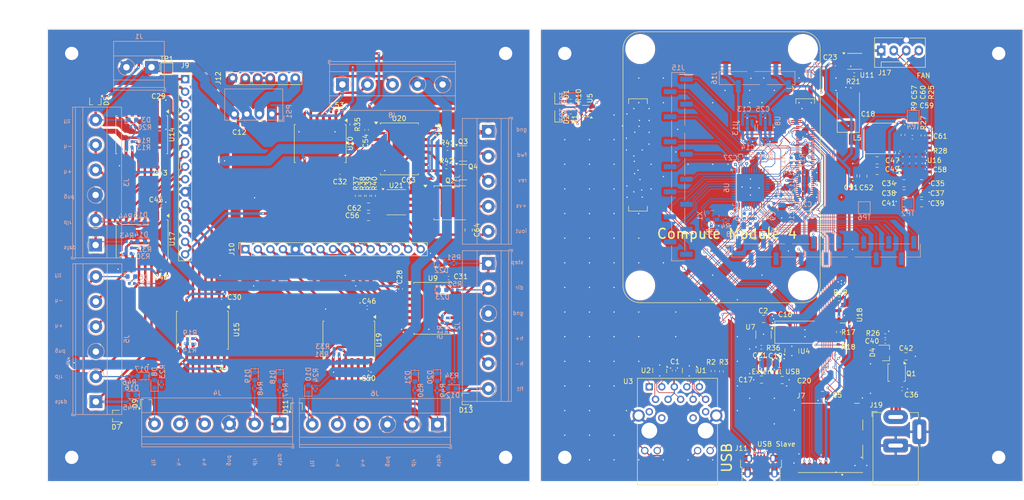
<source format=kicad_pcb>
(kicad_pcb
	(version 20240108)
	(generator "pcbnew")
	(generator_version "8.0")
	(general
		(thickness 1.5792)
		(legacy_teardrops no)
	)
	(paper "A4")
	(layers
		(0 "F.Cu" signal)
		(1 "In1.Cu" power)
		(2 "In2.Cu" power)
		(31 "B.Cu" signal)
		(32 "B.Adhes" user "B.Adhesive")
		(33 "F.Adhes" user "F.Adhesive")
		(34 "B.Paste" user)
		(35 "F.Paste" user)
		(36 "B.SilkS" user "B.Silkscreen")
		(37 "F.SilkS" user "F.Silkscreen")
		(38 "B.Mask" user)
		(39 "F.Mask" user)
		(40 "Dwgs.User" user "User.Drawings")
		(41 "Cmts.User" user "User.Comments")
		(42 "Eco1.User" user "User.Eco1")
		(43 "Eco2.User" user "User.Eco2")
		(44 "Edge.Cuts" user)
		(45 "Margin" user)
		(46 "B.CrtYd" user "B.Courtyard")
		(47 "F.CrtYd" user "F.Courtyard")
		(48 "B.Fab" user)
		(49 "F.Fab" user)
	)
	(setup
		(stackup
			(layer "F.SilkS"
				(type "Top Silk Screen")
			)
			(layer "F.Paste"
				(type "Top Solder Paste")
			)
			(layer "F.Mask"
				(type "Top Solder Mask")
				(color "Green")
				(thickness 0.01)
			)
			(layer "F.Cu"
				(type "copper")
				(thickness 0.035)
			)
			(layer "dielectric 1"
				(type "core")
				(thickness 0.0994)
				(material "Prepreg")
				(epsilon_r 4.4)
				(loss_tangent 0.02)
			)
			(layer "In1.Cu"
				(type "copper")
				(thickness 0.0152)
			)
			(layer "dielectric 2"
				(type "prepreg")
				(thickness 1.26)
				(material "Core")
				(epsilon_r 4.6)
				(loss_tangent 0.02)
			)
			(layer "In2.Cu"
				(type "copper")
				(thickness 0.0152)
			)
			(layer "dielectric 3"
				(type "core")
				(thickness 0.0994)
				(material "FR4")
				(epsilon_r 4.4)
				(loss_tangent 0.02)
			)
			(layer "B.Cu"
				(type "copper")
				(thickness 0.035)
			)
			(layer "B.Mask"
				(type "Bottom Solder Mask")
				(color "Green")
				(thickness 0.01)
			)
			(layer "B.Paste"
				(type "Bottom Solder Paste")
			)
			(layer "B.SilkS"
				(type "Bottom Silk Screen")
			)
			(copper_finish "None")
			(dielectric_constraints yes)
		)
		(pad_to_mask_clearance 0)
		(allow_soldermask_bridges_in_footprints no)
		(pcbplotparams
			(layerselection 0x00010ec_ffffffff)
			(plot_on_all_layers_selection 0x0000000_00000000)
			(disableapertmacros no)
			(usegerberextensions no)
			(usegerberattributes no)
			(usegerberadvancedattributes no)
			(creategerberjobfile no)
			(dashed_line_dash_ratio 12.000000)
			(dashed_line_gap_ratio 3.000000)
			(svgprecision 6)
			(plotframeref no)
			(viasonmask no)
			(mode 1)
			(useauxorigin no)
			(hpglpennumber 1)
			(hpglpenspeed 20)
			(hpglpendiameter 15.000000)
			(pdf_front_fp_property_popups yes)
			(pdf_back_fp_property_popups yes)
			(dxfpolygonmode yes)
			(dxfimperialunits yes)
			(dxfusepcbnewfont yes)
			(psnegative no)
			(psa4output no)
			(plotreference yes)
			(plotvalue yes)
			(plotfptext yes)
			(plotinvisibletext no)
			(sketchpadsonfab no)
			(subtractmaskfromsilk no)
			(outputformat 1)
			(mirror no)
			(drillshape 0)
			(scaleselection 1)
			(outputdirectory "RPI-CM4IO-Gerber/")
		)
	)
	(net 0 "")
	(net 1 "GND")
	(net 2 "Net-(C1-Pad1)")
	(net 3 "Net-(Q1-D)")
	(net 4 "Net-(D4-A)")
	(net 5 "Net-(U16-BST)")
	(net 6 "Net-(U16-SS)")
	(net 7 "/+12v")
	(net 8 "Net-(U16-COMP)")
	(net 9 "/CM4_HighSpeed/CAM0_D0_N")
	(net 10 "/CM4_HighSpeed/CAM0_D0_P")
	(net 11 "/CM4_HighSpeed/CAM0_D1_N")
	(net 12 "/CM4_HighSpeed/CAM0_D1_P")
	(net 13 "/CM4_HighSpeed/CAM0_C_N")
	(net 14 "/CM4_HighSpeed/CAM0_C_P")
	(net 15 "/CM4_GPIO ( Ethernet, GPIO, SDCARD)/GLOBAL_EN")
	(net 16 "/CM4_HighSpeed/CAM1_D3_P")
	(net 17 "/CM4_HighSpeed/CAM1_D3_N")
	(net 18 "/CM4_HighSpeed/CAM1_D2_P")
	(net 19 "/CM4_HighSpeed/CAM1_D2_N")
	(net 20 "/CM4_HighSpeed/CAM1_C_P")
	(net 21 "/CM4_HighSpeed/CAM1_C_N")
	(net 22 "/CM4_HighSpeed/CAM1_D1_P")
	(net 23 "/CM4_HighSpeed/CAM1_D1_N")
	(net 24 "/CM4_HighSpeed/CAM1_D0_P")
	(net 25 "/CM4_HighSpeed/CAM1_D0_N")
	(net 26 "/CM4_HighSpeed/DSI0_D0_N")
	(net 27 "/CM4_HighSpeed/DSI0_D0_P")
	(net 28 "/CM4_HighSpeed/DSI0_D1_N")
	(net 29 "/CM4_HighSpeed/DSI0_D1_P")
	(net 30 "/CM4_HighSpeed/DSI0_C_N")
	(net 31 "/CM4_HighSpeed/DSI0_C_P")
	(net 32 "/CM4_HighSpeed/DSI1_D3_P")
	(net 33 "/CM4_HighSpeed/DSI1_D3_N")
	(net 34 "/CM4_HighSpeed/DSI1_D2_P")
	(net 35 "/CM4_HighSpeed/DSI1_D2_N")
	(net 36 "/CM4_HighSpeed/DSI1_C_P")
	(net 37 "/CM4_HighSpeed/DSI1_C_N")
	(net 38 "/CM4_HighSpeed/DSI1_D1_P")
	(net 39 "/CM4_HighSpeed/DSI1_D1_N")
	(net 40 "/CM4_HighSpeed/DSI1_D0_P")
	(net 41 "/CM4_HighSpeed/DSI1_D0_N")
	(net 42 "/CM4_GPIO ( Ethernet, GPIO, SDCARD)/SD_DAT1")
	(net 43 "Net-(U16-FB)")
	(net 44 "/CM4_GPIO ( Ethernet, GPIO, SDCARD)/SD_DAT0")
	(net 45 "/CM4_GPIO ( Ethernet, GPIO, SDCARD)/SD_CLK")
	(net 46 "/CM4_GPIO ( Ethernet, GPIO, SDCARD)/SD_CMD")
	(net 47 "/CM4_GPIO ( Ethernet, GPIO, SDCARD)/SD_DAT3")
	(net 48 "/CM4_GPIO ( Ethernet, GPIO, SDCARD)/SD_DAT2")
	(net 49 "Net-(D1-K)")
	(net 50 "/CM4_GPIO ( Ethernet, GPIO, SDCARD)/GPIO2")
	(net 51 "/CM4_GPIO ( Ethernet, GPIO, SDCARD)/GPIO3")
	(net 52 "/CM4_GPIO ( Ethernet, GPIO, SDCARD)/GPIO4")
	(net 53 "/CM4_GPIO ( Ethernet, GPIO, SDCARD)/GPIO14")
	(net 54 "/CM4_GPIO ( Ethernet, GPIO, SDCARD)/GPIO15")
	(net 55 "/CM4_GPIO ( Ethernet, GPIO, SDCARD)/GPIO17")
	(net 56 "/CM4_GPIO ( Ethernet, GPIO, SDCARD)/GPIO18")
	(net 57 "/CM4_GPIO ( Ethernet, GPIO, SDCARD)/GPIO27")
	(net 58 "/CM4_GPIO ( Ethernet, GPIO, SDCARD)/GPIO22")
	(net 59 "/CM4_GPIO ( Ethernet, GPIO, SDCARD)/GPIO23")
	(net 60 "/CM4_GPIO ( Ethernet, GPIO, SDCARD)/GPIO24")
	(net 61 "/CM4_GPIO ( Ethernet, GPIO, SDCARD)/GPIO10")
	(net 62 "/CM4_GPIO ( Ethernet, GPIO, SDCARD)/GPIO9")
	(net 63 "/CM4_GPIO ( Ethernet, GPIO, SDCARD)/GPIO25")
	(net 64 "/CM4_GPIO ( Ethernet, GPIO, SDCARD)/GPIO11")
	(net 65 "/CM4_GPIO ( Ethernet, GPIO, SDCARD)/GPIO8")
	(net 66 "/CM4_GPIO ( Ethernet, GPIO, SDCARD)/GPIO7")
	(net 67 "/CM4_GPIO ( Ethernet, GPIO, SDCARD)/GPIO5")
	(net 68 "/CM4_GPIO ( Ethernet, GPIO, SDCARD)/GPIO6")
	(net 69 "/CM4_GPIO ( Ethernet, GPIO, SDCARD)/GPIO12")
	(net 70 "/CM4_GPIO ( Ethernet, GPIO, SDCARD)/GPIO13")
	(net 71 "/CM4_GPIO ( Ethernet, GPIO, SDCARD)/GPIO16")
	(net 72 "/CM4_GPIO ( Ethernet, GPIO, SDCARD)/GPIO26")
	(net 73 "/CM4_GPIO ( Ethernet, GPIO, SDCARD)/GPIO20")
	(net 74 "/CM4_GPIO ( Ethernet, GPIO, SDCARD)/GPIO21")
	(net 75 "unconnected-(U3-VC4-Pad14)")
	(net 76 "unconnected-(U3-VC3-Pad13)")
	(net 77 "unconnected-(U3-VC1-Pad11)")
	(net 78 "unconnected-(U3-VC2-Pad12)")
	(net 79 "/CM4_HighSpeed/HDMI1_D2_P")
	(net 80 "/CM4_HighSpeed/HDMI1_D2_N")
	(net 81 "/CM4_HighSpeed/HDMI1_D1_P")
	(net 82 "/CM4_HighSpeed/HDMI1_D1_N")
	(net 83 "/CM4_HighSpeed/HDMI1_D0_P")
	(net 84 "/CM4_HighSpeed/HDMI1_D0_N")
	(net 85 "/CM4_HighSpeed/HDMI1_CK_P")
	(net 86 "/CM4_HighSpeed/HDMI1_CK_N")
	(net 87 "/CM4_HighSpeed/HDMI1_CEC")
	(net 88 "Net-(D2-K)")
	(net 89 "/CM4_HighSpeed/HDMI1_SCL")
	(net 90 "/CM4_HighSpeed/HDMI1_SDA")
	(net 91 "/CM4_HighSpeed/HDMI1_HOTPLUG")
	(net 92 "Net-(J7-DET_A)")
	(net 93 "Net-(J7-DET_B)")
	(net 94 "/CM4_HighSpeed/HDMI0_HOTPLUG")
	(net 95 "/CM4_HighSpeed/HDMI0_SDA")
	(net 96 "/CM4_HighSpeed/HDMI0_SCL")
	(net 97 "/CM4_HighSpeed/HDMI0_CEC")
	(net 98 "/CM4_HighSpeed/HDMI0_CK_N")
	(net 99 "/CM4_HighSpeed/HDMI0_CK_P")
	(net 100 "/CM4_HighSpeed/HDMI0_D0_N")
	(net 101 "/CM4_HighSpeed/HDMI0_D0_P")
	(net 102 "/CM4_HighSpeed/HDMI0_D1_N")
	(net 103 "/CM4_HighSpeed/HDMI0_D1_P")
	(net 104 "/CM4_HighSpeed/HDMI0_D2_N")
	(net 105 "/CM4_HighSpeed/HDMI0_D2_P")
	(net 106 "/CM4_GPIO ( Ethernet, GPIO, SDCARD)/TRD1_P")
	(net 107 "/CM4_GPIO ( Ethernet, GPIO, SDCARD)/TRD3_N")
	(net 108 "/CM4_GPIO ( Ethernet, GPIO, SDCARD)/TRD1_N")
	(net 109 "/CM4_GPIO ( Ethernet, GPIO, SDCARD)/TRD2_N")
	(net 110 "/CM4_GPIO ( Ethernet, GPIO, SDCARD)/TRD0_N")
	(net 111 "/CM4_GPIO ( Ethernet, GPIO, SDCARD)/TRD2_P")
	(net 112 "/CM4_GPIO ( Ethernet, GPIO, SDCARD)/TRD0_P")
	(net 113 "/CM4_GPIO ( Ethernet, GPIO, SDCARD)/ETH_LEDG")
	(net 114 "/CM4_GPIO ( Ethernet, GPIO, SDCARD)/ETH_LEDY")
	(net 115 "/CM4_GPIO ( Ethernet, GPIO, SDCARD)/ID_SC")
	(net 116 "/CM4_GPIO ( Ethernet, GPIO, SDCARD)/ID_SD")
	(net 117 "/CM4_GPIO ( Ethernet, GPIO, SDCARD)/nPWR_LED")
	(net 118 "/nEXTRST")
	(net 119 "Net-(J17-Pin_3)")
	(net 120 "Net-(J17-Pin_4)")
	(net 121 "/CM4_HighSpeed/PCIE_nRST")
	(net 122 "/CM4_HighSpeed/PCIE_CLK_P")
	(net 123 "Net-(U16-SW)")
	(net 124 "unconnected-(Module1A-SD_DAT4-Pad68)")
	(net 125 "unconnected-(Module1A-SD_VDD_Override-Pad73)")
	(net 126 "Net-(R10-Pad2)")
	(net 127 "unconnected-(Module1A-Ethernet_nLED1(3.3v)-Pad19)")
	(net 128 "unconnected-(Module1B-Reserved-Pad106)")
	(net 129 "unconnected-(Module1A-SD_DAT7-Pad70)")
	(net 130 "unconnected-(Module1B-Reserved-Pad104)")
	(net 131 "Net-(Module1A-PI_nLED_Activity)")
	(net 132 "/CM4_HighSpeed/PCIE_CLK_N")
	(net 133 "/USB2-HUB/PWR1")
	(net 134 "/USB2-HUB/nOCS1")
	(net 135 "/CM4_HighSpeed/PCIE_RX_N")
	(net 136 "/CM4_HighSpeed/PCIE_RX_P")
	(net 137 "unconnected-(Module1A-SD_DAT5-Pad64)")
	(net 138 "unconnected-(Module1A-SD_DAT6-Pad72)")
	(net 139 "/CM4_GPIO ( Ethernet, GPIO, SDCARD)/TRD3_P")
	(net 140 "Net-(U3-LEDG_K)")
	(net 141 "/CM4_HighSpeed/PCIE_CLK_nREQ")
	(net 142 "/CM4_GPIO ( Ethernet, GPIO, SDCARD)/WL_nDis")
	(net 143 "/CM4_GPIO ( Ethernet, GPIO, SDCARD)/GPIO19")
	(net 144 "/+3.3v")
	(net 145 "/USB2-HUB/USBD_P")
	(net 146 "/USB2-HUB/USBD_N")
	(net 147 "Net-(U3-LEDY_K)")
	(net 148 "Net-(U7-ILIM)")
	(net 149 "/CM4_GPIO ( Ethernet, GPIO, SDCARD)/SD_PWR")
	(net 150 "/CM4_HighSpeed/PCIE_TX_N")
	(net 151 "/CM4_GPIO ( Ethernet, GPIO, SDCARD)/SD_PWR_ON")
	(net 152 "/CM4_HighSpeed/PCIE_TX_P")
	(net 153 "Net-(U4-D1-)")
	(net 154 "Net-(U4-D1+)")
	(net 155 "unconnected-(U11-CLK-Pad7)")
	(net 156 "unconnected-(U11-nALERT-Pad8)")
	(net 157 "unconnected-(U18-nFLG-Pad3)")
	(net 158 "/RTC , Wakeup, FAN/SCL")
	(net 159 "/RTC , Wakeup, FAN/SDA")
	(net 160 "/CM4_GPIO ( Ethernet, GPIO, SDCARD)/CAM_GPIO")
	(net 161 "Net-(C57-Pad1)")
	(net 162 "Net-(C60-Pad1)")
	(net 163 "/USB2-HUB/VBUS")
	(net 164 "/CM4_GPIO ( Ethernet, GPIO, SDCARD)/SYNC_OUT")
	(net 165 "/CM4_GPIO ( Ethernet, GPIO, SDCARD)/SYNC_IN")
	(net 166 "/CM4_GPIO ( Ethernet, GPIO, SDCARD)/AIN0")
	(net 167 "/CM4_GPIO ( Ethernet, GPIO, SDCARD)/AIN1")
	(net 168 "/CM4_GPIO ( Ethernet, GPIO, SDCARD)/+1.8v")
	(net 169 "/CM4_GPIO ( Ethernet, GPIO, SDCARD)/RUN_PG")
	(net 170 "/CM4_GPIO ( Ethernet, GPIO, SDCARD)/EEPROM_nWP")
	(net 171 "/+5v")
	(net 172 "/CM4_GPIO ( Ethernet, GPIO, SDCARD)/nRPIBOOT")
	(net 173 "/CM4_GPIO ( Ethernet, GPIO, SDCARD)/BT_nDis")
	(net 174 "/CM4_GPIO ( Ethernet, GPIO, SDCARD)/Reserved")
	(net 175 "/FPGA/+3V3")
	(net 176 "/FPGA/VCCPLL_1V2")
	(net 177 "/FPGA/+1V2")
	(net 178 "/FPGA/+2V5")
	(net 179 "GND1")
	(net 180 "Net-(D3-A)")
	(net 181 "Net-(D6-A)")
	(net 182 "Net-(D8-A)")
	(net 183 "unconnected-(D9-NC-Pad2)")
	(net 184 "unconnected-(D11-NC-Pad2)")
	(net 185 "unconnected-(D13-NC-Pad2)")
	(net 186 "Net-(J4-Pin_5)")
	(net 187 "Net-(J4-Pin_4)")
	(net 188 "Net-(J5-Pin_4)")
	(net 189 "Net-(J5-Pin_5)")
	(net 190 "Net-(J6-Pin_4)")
	(net 191 "Net-(J6-Pin_5)")
	(net 192 "unconnected-(U6B-IOB_31b-Pad18)")
	(net 193 "unconnected-(U6A-RGB1-Pad40)")
	(net 194 "/FPGA/probe")
	(net 195 "/FPGA/pwm1")
	(net 196 "/FPGA/d_dir")
	(net 197 "/FPGA/a_dir")
	(net 198 "unconnected-(U6A-RGB2-Pad41)")
	(net 199 "/FPGA/d_home-")
	(net 200 "/FPGA/c_home-")
	(net 201 "/FPGA/b_home-")
	(net 202 "/FPGA/e_dir")
	(net 203 "/FPGA/c_home+")
	(net 204 "/FPGA/d_step")
	(net 205 "/FPGA/e_home-")
	(net 206 "unconnected-(U6B-IOB_29b-Pad19)")
	(net 207 "/FPGA/b_step")
	(net 208 "/FPGA/e_step")
	(net 209 "/FPGA/fault")
	(net 210 "/FPGA/b_dir")
	(net 211 "/FPGA/b_home+")
	(net 212 "/FPGA/a_home-")
	(net 213 "/FPGA/e_home+")
	(net 214 "/FPGA/c_dir")
	(net 215 "/FPGA/d_home+")
	(net 216 "/FPGA/a_home+")
	(net 217 "/FPGA/estop")
	(net 218 "/FPGA/pwm0")
	(net 219 "unconnected-(U6A-RGB0-Pad39)")
	(net 220 "/FPGA/c_step")
	(net 221 "/FPGA/a_step")
	(net 222 "unconnected-(U8-NC-Pad4)")
	(net 223 "unconnected-(U12-NC-Pad4)")
	(net 224 "unconnected-(U13-NC-Pad4)")
	(net 225 "/CM4_HighSpeed/TV_OUT")
	(net 226 "/FPGA/breakout/+5V_ISO")
	(net 227 "GND2")
	(net 228 "/FPGA/+3V3_GND2")
	(net 229 "/FPGA/breakout/+5V_ISO_GND3")
	(net 230 "GND3")
	(net 231 "Net-(C56-Pad1)")
	(net 232 "Net-(C62-Pad1)")
	(net 233 "/FPGA/breakout/+VS")
	(net 234 "/FPGA/breakout/iout")
	(net 235 "/FPGA/breakout/flta")
	(net 236 "unconnected-(D5-NC-Pad2)")
	(net 237 "/FPGA/breakout/fault_iso")
	(net 238 "/FPGA/breakout/fltb")
	(net 239 "unconnected-(D7-NC-Pad2)")
	(net 240 "/FPGA/breakout/fltc")
	(net 241 "/FPGA/breakout/fltd")
	(net 242 "Net-(D10-A)")
	(net 243 "/FPGA/breakout/flte")
	(net 244 "Net-(D12-A)")
	(net 245 "/FPGA/breakout/e_step_iso")
	(net 246 "Net-(J2-Pin_5)")
	(net 247 "Net-(J2-Pin_4)")
	(net 248 "/FPGA/breakout/e_dir_iso")
	(net 249 "Net-(J3-Pin_5)")
	(net 250 "Net-(J3-Pin_4)")
	(net 251 "/FPGA/breakout/a_step_iso")
	(net 252 "/FPGA/breakout/a_dir_iso")
	(net 253 "/FPGA/breakout/c_step_iso")
	(net 254 "/FPGA/breakout/c_dir_iso")
	(net 255 "/FPGA/breakout/b_step_iso")
	(net 256 "/FPGA/breakout/b_dir_iso")
	(net 257 "/FPGA/breakout/d_step_iso")
	(net 258 "/FPGA/breakout/d_dir_iso")
	(net 259 "Net-(J8-Pin_3)")
	(net 260 "Net-(J8-Pin_2)")
	(net 261 "Net-(J8-Pin_1)")
	(net 262 "/FPGA/breakout/b_dir")
	(net 263 "/FPGA/breakout/a_home-")
	(net 264 "/FPGA/breakout/b_step")
	(net 265 "/FPGA/breakout/b_home-")
	(net 266 "/FPGA/breakout/c_home-")
	(net 267 "/FPGA/breakout/stepper_enable")
	(net 268 "/FPGA/breakout/c_step")
	(net 269 "/FPGA/breakout/a_dir")
	(net 270 "/FPGA/breakout/c_home+")
	(net 271 "/FPGA/breakout/a_home+")
	(net 272 "/FPGA/breakout/c_dir")
	(net 273 "/FPGA/breakout/b_home+")
	(net 274 "/FPGA/breakout/a_step")
	(net 275 "/FPGA/breakout/e_home+")
	(net 276 "/FPGA/breakout/d_step")
	(net 277 "/FPGA/breakout/estop")
	(net 278 "/FPGA/breakout/d_home+")
	(net 279 "/FPGA/breakout/e_home-")
	(net 280 "/FPGA/breakout/fault")
	(net 281 "/FPGA/breakout/d_dir")
	(net 282 "/FPGA/breakout/spindle_fwd")
	(net 283 "/FPGA/breakout/e_dir")
	(net 284 "/FPGA/breakout/spindle_rev")
	(net 285 "/FPGA/breakout/spindle_pwm")
	(net 286 "/FPGA/breakout/d_home-")
	(net 287 "/FPGA/breakout/e_step")
	(net 288 "/FPGA/+5V_GND2")
	(net 289 "/FPGA/breakout/spindle_fwd_oc")
	(net 290 "/FPGA/breakout/spindle_rev_oc")
	(net 291 "/FPGA/stepper_enable")
	(net 292 "/FPGA/spindle_rev")
	(net 293 "/FPGA/spindle_fwd")
	(net 294 "Net-(Q2-B)")
	(net 295 "Net-(Q2-E)")
	(net 296 "Net-(Q3-B)")
	(net 297 "Net-(Q4-B)")
	(net 298 "Net-(X1-OUT)")
	(net 299 "/FPGA/clk_8mhz")
	(net 300 "/FPGA/breakout/spindle_pwm_iso")
	(net 301 "Net-(U21-IIN)")
	(net 302 "Net-(U21-VREF)")
	(net 303 "/FPGA/breakout/spindle_fwd_iso")
	(net 304 "/FPGA/breakout/spindle_rev_iso")
	(net 305 "unconnected-(U6B-IOB_18a-Pad10)")
	(net 306 "unconnected-(U20-IND-Pad11)")
	(net 307 "unconnected-(U20-OUTD-Pad6)")
	(net 308 "unconnected-(X1-Tri-State-Pad1)")
	(net 309 "/FPGA/breakout/probe")
	(net 310 "Net-(D14-A)")
	(net 311 "Net-(D15-A)")
	(net 312 "Net-(D16-A)")
	(net 313 "Net-(D17-A)")
	(net 314 "Net-(D18-A)")
	(net 315 "Net-(D19-A)")
	(net 316 "Net-(D20-A)")
	(net 317 "Net-(D21-A)")
	(net 318 "Net-(D22-A)")
	(net 319 "Net-(D23-A)")
	(footprint "Capacitor_SMD:C_0402_1005Metric" (layer "F.Cu") (at 127.15 119.365 90))
	(footprint "Capacitor_SMD:C_0805_2012Metric" (layer "F.Cu") (at 157.25 124.35 180))
	(footprint "Capacitor_SMD:C_0402_1005Metric" (layer "F.Cu") (at 159.5 57.5 -90))
	(footprint "Capacitor_SMD:C_0402_1005Metric" (layer "F.Cu") (at 173.4 123.1))
	(footprint "Capacitor_SMD:C_0805_2012Metric" (layer "F.Cu") (at 168.3425 76.7))
	(footprint "Capacitor_SMD:C_0805_2012Metric" (layer "F.Cu") (at 168.3425 78.85))
	(footprint "Capacitor_SMD:C_0805_2012Metric" (layer "F.Cu") (at 163.5 79.85 -90))
	(footprint "Capacitor_SMD:C_0805_2012Metric" (layer "F.Cu") (at 165.5425 79.9 -90))
	(footprint "Resistor_SMD:R_0402_1005Metric" (layer "F.Cu") (at 106.2 64.7))
	(footprint "Resistor_SMD:R_0402_1005Metric" (layer "F.Cu") (at 163.7 59.3 180))
	(footprint "Package_SON:USON-10_2.5x1.0mm_P0.5mm" (layer "F.Cu") (at 130.25 119.35 -90))
	(footprint "LED_SMD:LED_0603_1608Metric" (layer "F.Cu") (at 103.7 67.45 90))
	(footprint "Package_SO:MSOP-8_3x3mm_P0.65mm" (layer "F.Cu") (at 163.8 56.6))
	(footprint "Capacitor_SMD:C_0805_2012Metric" (layer "F.Cu") (at 149.1 121.3))
	(footprint "Capacitor_SMD:C_0805_2012Metric" (layer "F.Cu") (at 144.5 118 180))
	(footprint "Capacitor_SMD:C_0805_2012Metric" (layer "F.Cu") (at 148.5625 118))
	(footprint "Capacitor_SMD:C_0805_2012Metric" (layer "F.Cu") (at 144.9 121.2 180))
	(footprint "Resistor_SMD:R_0402_1005Metric" (layer "F.Cu") (at 136.75 119.55 90))
	(footprint "Resistor_SMD:R_0402_1005Metric" (layer "F.Cu") (at 135.05 119.465 90))
	(footprint "CM4IO:USB_Micro-B_EDAC_UCON00686" (layer "F.Cu") (at 144.8 140.25))
	(footprint "LED_SMD:LED_0603_1608Metric" (layer "F.Cu") (at 103.7 63.800001 90))
	(footprint "Resistor_SMD:R_0402_1005Metric" (layer "F.Cu") (at 106.2 66.900001))
	(footprint "Package_TO_SOT_SMD:SOT-353_SC-70-5" (layer "F.Cu") (at 109.3 66.7 180))
	(footprint "Package_TO_SOT_SMD:SOT-23-5" (layer "F.Cu") (at 161.598661 108.155987 180))
	(footprint "CM4IO:BarrelJack_Horizontal" (layer "F.Cu") (at 172.1 128.8 90))
	(footprint "CM4IO:TRJG0926HENL" (layer "F.Cu") (at 127.85 131.565))
	(footprint "Resistor_SMD:R_0402_1005Metric" (layer "F.Cu") (at 144.85 114.65 180))
	(footprint "Package_TO_SOT_SMD:SOT-23-6" (layer "F.Cu") (at 145.3 112.1 -90))
	(footprint "Connector:FanPinHeader_1x04_P2.54mm_Vertical"
		(layer "F.Cu")
		(uuid "00000000-0000-0000-0000-00005e181fae")
		(at 169.17 54.42)
		(descr "4-pin CPU fan Through hole pin header, e.g. for Wieson part number 2366C888-007 Molex 47053-1000, Foxconn HF27040-M1, Tyco 1470947-1 or equivalent, see http://www.formfactors.org/developer%5Cspecs%5Crev1_2_public.pdf")
		(tags "pin header 4-pin CPU fan")
		(property "Reference" "J17"
			(at 0.7 4.5 0)
			(layer "F.SilkS")
			(uuid "f5314554-f0d5-42b1-a2d5-22ec3d5a293f")
			(effects
				(font
					(size 1 1)
					(thickness 0.15)
				)
			)
		)
		(property "Value" "Molex 470531000"
			(at 4.05 4.35 0)
			(layer "F.Fab")
			(uuid "73b20260-eddf-4574-9213-4a7df05c45f8")
			(effects
				(font
					(size 1 1)
					(thickness 0.15)
				)
			)
		)
		(property "Footprint" "Connector:FanPinHeader_1x04_P2.54mm_Vertical"
			(at 0 0 0)
			(layer "F.Fab")
			(hide yes)
			(uuid "a3228bb2-ee75-4546-a825-906e743b9404")
			(effects
				(font
					(size 1.27 1.27)
					(thickness 0.15)
				)
			)
		)
		(property "Datasheet" "https://www.molex.com/pdm_docs/sd/470531000_sd.pdf"
			(at 0 0 0)
			(layer "F.Fab")
			(hide yes)
			(uuid "0bcf0bec-016f-43a8-90ab-909d1074daad")
			(effects
				(font
					(size 1.27 1.27)
					(thickness 0.15)
				)
			)
		)
		(property "Description" ""
			(at 0 0 0)
			(layer "F.Fab")
			(hide yes)
			(uuid "90f5e27b-30f6-4e8f-bb89-460d84230454")
			(effects
				(font
					(size 1.27 1.27)
					(thickness 0.15)
				)
			)
		)
		(property "Field4" "Farnell"
			(at 0 0 0)
			(layer "F.Fab")
			(hide yes)
			(uuid "6f9a6349-d85d-4620-ad54-94e1abe37fad")
			(effects
				(font
					(size 1 1)
					(thickness 0.15)
				)
			)
		)
		(property "Field5" "	2313705"
			(at 0 0 0)
			(layer "F.Fab")
			(hide yes)
			(uuid "acaba0ac-ef71-489c-a7
... [2676035 chars truncated]
</source>
